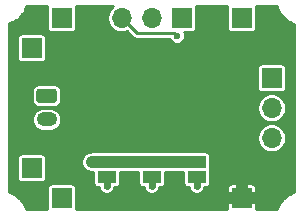
<source format=gbl>
%TF.GenerationSoftware,KiCad,Pcbnew,(5.1.9)-1*%
%TF.CreationDate,2021-09-17T21:45:03+01:00*%
%TF.ProjectId,led-addon,6c65642d-6164-4646-9f6e-2e6b69636164,rev?*%
%TF.SameCoordinates,Original*%
%TF.FileFunction,Copper,L2,Bot*%
%TF.FilePolarity,Positive*%
%FSLAX46Y46*%
G04 Gerber Fmt 4.6, Leading zero omitted, Abs format (unit mm)*
G04 Created by KiCad (PCBNEW (5.1.9)-1) date 2021-09-17 21:45:03*
%MOMM*%
%LPD*%
G01*
G04 APERTURE LIST*
%TA.AperFunction,ComponentPad*%
%ADD10O,1.700000X1.700000*%
%TD*%
%TA.AperFunction,ComponentPad*%
%ADD11R,1.700000X1.700000*%
%TD*%
%TA.AperFunction,ComponentPad*%
%ADD12O,1.750000X1.200000*%
%TD*%
%TA.AperFunction,SMDPad,CuDef*%
%ADD13R,1.500000X1.000000*%
%TD*%
%TA.AperFunction,ViaPad*%
%ADD14C,0.600000*%
%TD*%
%TA.AperFunction,Conductor*%
%ADD15C,1.000000*%
%TD*%
%TA.AperFunction,Conductor*%
%ADD16C,0.600000*%
%TD*%
%TA.AperFunction,Conductor*%
%ADD17C,0.250000*%
%TD*%
%TA.AperFunction,Conductor*%
%ADD18C,0.254000*%
%TD*%
%TA.AperFunction,Conductor*%
%ADD19C,0.100000*%
%TD*%
G04 APERTURE END LIST*
D10*
%TO.P,SW1,3*%
%TO.N,N/C*%
X43180000Y-35560000D03*
%TO.P,SW1,2*%
%TO.N,VCC*%
X43180000Y-33020000D03*
D11*
%TO.P,SW1,1*%
%TO.N,Net-(J1-Pad1)*%
X43180000Y-30480000D03*
%TD*%
D10*
%TO.P,RV1,3*%
%TO.N,Net-(D2-Pad2)*%
X30480000Y-25400000D03*
%TO.P,RV1,2*%
%TO.N,Net-(C4-Pad1)*%
X33020000Y-25400000D03*
D11*
%TO.P,RV1,1*%
%TO.N,Net-(D3-Pad1)*%
X35560000Y-25400000D03*
%TD*%
D12*
%TO.P,D1,2*%
%TO.N,Net-(D1-Pad2)*%
X24130000Y-34004000D03*
%TO.P,D1,1*%
%TO.N,Net-(C2-Pad1)*%
%TA.AperFunction,ComponentPad*%
G36*
G01*
X23504999Y-31404000D02*
X24755001Y-31404000D01*
G75*
G02*
X25005000Y-31653999I0J-249999D01*
G01*
X25005000Y-32354001D01*
G75*
G02*
X24755001Y-32604000I-249999J0D01*
G01*
X23504999Y-32604000D01*
G75*
G02*
X23255000Y-32354001I0J249999D01*
G01*
X23255000Y-31653999D01*
G75*
G02*
X23504999Y-31404000I249999J0D01*
G01*
G37*
%TD.AperFunction*%
%TD*%
D13*
%TO.P,JP1,1*%
%TO.N,Net-(D1-Pad2)*%
X36830000Y-37577000D03*
%TO.P,JP1,2*%
%TO.N,Net-(JP1-Pad2)*%
X36830000Y-38877000D03*
%TD*%
%TO.P,JP3,1*%
%TO.N,Net-(D1-Pad2)*%
X29210000Y-37577000D03*
%TO.P,JP3,2*%
%TO.N,Net-(JP3-Pad2)*%
X29210000Y-38877000D03*
%TD*%
%TO.P,JP2,1*%
%TO.N,Net-(D1-Pad2)*%
X33020000Y-37577000D03*
%TO.P,JP2,2*%
%TO.N,Net-(JP2-Pad2)*%
X33020000Y-38877000D03*
%TD*%
D11*
%TO.P,J3,1*%
%TO.N,Net-(D1-Pad2)*%
X22860000Y-38100000D03*
%TD*%
%TO.P,J2,1*%
%TO.N,Net-(C2-Pad1)*%
X22860000Y-27940000D03*
%TD*%
%TO.P,J8,1*%
%TO.N,N/C*%
X25400000Y-40640000D03*
%TD*%
%TO.P,J6,1*%
%TO.N,GND*%
X40640000Y-40640000D03*
%TD*%
%TO.P,J5,1*%
%TO.N,N/C*%
X25400000Y-25400000D03*
%TD*%
%TO.P,J1,1*%
%TO.N,Net-(J1-Pad1)*%
X40640000Y-25400000D03*
%TD*%
D14*
%TO.N,GND*%
X32512000Y-36068000D03*
X34925000Y-40640000D03*
X31115000Y-40640000D03*
X28891544Y-35992830D03*
X37722019Y-34700000D03*
X29781500Y-30670500D03*
X30543816Y-29337000D03*
X35242500Y-32639000D03*
%TO.N,Net-(D1-Pad2)*%
X34783000Y-37577000D03*
X27940000Y-37592000D03*
%TO.N,Net-(JP1-Pad2)*%
X36830000Y-39624000D03*
%TO.N,Net-(JP2-Pad2)*%
X33020000Y-39624000D03*
%TO.N,Net-(JP3-Pad2)*%
X29210000Y-39624000D03*
%TO.N,Net-(D2-Pad2)*%
X35179000Y-26924000D03*
%TD*%
D15*
%TO.N,Net-(D1-Pad2)*%
X34783000Y-37577000D02*
X36830000Y-37577000D01*
X29225000Y-37577000D02*
X29210000Y-37592000D01*
X34783000Y-37577000D02*
X29225000Y-37577000D01*
X29195000Y-37592000D02*
X29210000Y-37577000D01*
X27940000Y-37592000D02*
X29195000Y-37592000D01*
D16*
%TO.N,Net-(JP1-Pad2)*%
X36830000Y-39624000D02*
X36830000Y-38877000D01*
%TO.N,Net-(JP2-Pad2)*%
X33020000Y-39624000D02*
X33020000Y-38877000D01*
%TO.N,Net-(JP3-Pad2)*%
X29210000Y-39624000D02*
X29210000Y-38877000D01*
D17*
%TO.N,Net-(D2-Pad2)*%
X30480000Y-25400000D02*
X31750000Y-26670000D01*
X31750000Y-26670000D02*
X34925000Y-26670000D01*
X34925000Y-26670000D02*
X35179000Y-26924000D01*
%TD*%
D18*
%TO.N,GND*%
X24174513Y-24475311D02*
X24167157Y-24550000D01*
X24167157Y-26250000D01*
X24174513Y-26324689D01*
X24196299Y-26396508D01*
X24231678Y-26462696D01*
X24279289Y-26520711D01*
X24337304Y-26568322D01*
X24403492Y-26603701D01*
X24475311Y-26625487D01*
X24550000Y-26632843D01*
X26250000Y-26632843D01*
X26324689Y-26625487D01*
X26396508Y-26603701D01*
X26462696Y-26568322D01*
X26520711Y-26520711D01*
X26568322Y-26462696D01*
X26603701Y-26396508D01*
X26625487Y-26324689D01*
X26632843Y-26250000D01*
X26632843Y-24550000D01*
X26625487Y-24475311D01*
X26610529Y-24426000D01*
X29721953Y-24426000D01*
X29695283Y-24443820D01*
X29523820Y-24615283D01*
X29389102Y-24816903D01*
X29296307Y-25040931D01*
X29249000Y-25278757D01*
X29249000Y-25521243D01*
X29296307Y-25759069D01*
X29389102Y-25983097D01*
X29523820Y-26184717D01*
X29695283Y-26356180D01*
X29896903Y-26490898D01*
X30120931Y-26583693D01*
X30358757Y-26631000D01*
X30601243Y-26631000D01*
X30839069Y-26583693D01*
X30916167Y-26551758D01*
X31374628Y-27010220D01*
X31390473Y-27029527D01*
X31467521Y-27092759D01*
X31555425Y-27139745D01*
X31650806Y-27168678D01*
X31660694Y-27169652D01*
X31725146Y-27176000D01*
X31725153Y-27176000D01*
X31749999Y-27178447D01*
X31774845Y-27176000D01*
X34546273Y-27176000D01*
X34575506Y-27246574D01*
X34650033Y-27358112D01*
X34744888Y-27452967D01*
X34856426Y-27527494D01*
X34980360Y-27578829D01*
X35111927Y-27605000D01*
X35246073Y-27605000D01*
X35377640Y-27578829D01*
X35501574Y-27527494D01*
X35613112Y-27452967D01*
X35707967Y-27358112D01*
X35782494Y-27246574D01*
X35833829Y-27122640D01*
X35860000Y-26991073D01*
X35860000Y-26856927D01*
X35833829Y-26725360D01*
X35795507Y-26632843D01*
X36410000Y-26632843D01*
X36484689Y-26625487D01*
X36556508Y-26603701D01*
X36622696Y-26568322D01*
X36680711Y-26520711D01*
X36728322Y-26462696D01*
X36763701Y-26396508D01*
X36785487Y-26324689D01*
X36792843Y-26250000D01*
X36792843Y-24550000D01*
X36785487Y-24475311D01*
X36770529Y-24426000D01*
X39429471Y-24426000D01*
X39414513Y-24475311D01*
X39407157Y-24550000D01*
X39407157Y-26250000D01*
X39414513Y-26324689D01*
X39436299Y-26396508D01*
X39471678Y-26462696D01*
X39519289Y-26520711D01*
X39577304Y-26568322D01*
X39643492Y-26603701D01*
X39715311Y-26625487D01*
X39790000Y-26632843D01*
X41490000Y-26632843D01*
X41564689Y-26625487D01*
X41636508Y-26603701D01*
X41702696Y-26568322D01*
X41760711Y-26520711D01*
X41808322Y-26462696D01*
X41843701Y-26396508D01*
X41865487Y-26324689D01*
X41872843Y-26250000D01*
X41872843Y-24550000D01*
X41865487Y-24475311D01*
X41850529Y-24426000D01*
X43659201Y-24426000D01*
X43661156Y-24436247D01*
X43662794Y-24441674D01*
X43749362Y-24721330D01*
X43763634Y-24755282D01*
X43777407Y-24789371D01*
X43780068Y-24794377D01*
X43919307Y-25051893D01*
X43939902Y-25082426D01*
X43960033Y-25113189D01*
X43963615Y-25117583D01*
X44150221Y-25343150D01*
X44176337Y-25369084D01*
X44202077Y-25395369D01*
X44206445Y-25398983D01*
X44433309Y-25584009D01*
X44463974Y-25604383D01*
X44494321Y-25625162D01*
X44499307Y-25627859D01*
X44757788Y-25765296D01*
X44791851Y-25779336D01*
X44825631Y-25793814D01*
X44831047Y-25795491D01*
X45111301Y-25880105D01*
X45114001Y-25880640D01*
X45114000Y-40159201D01*
X45103753Y-40161156D01*
X45098325Y-40162794D01*
X44818670Y-40249362D01*
X44784718Y-40263634D01*
X44750629Y-40277407D01*
X44745628Y-40280065D01*
X44745624Y-40280067D01*
X44745623Y-40280068D01*
X44488107Y-40419307D01*
X44457574Y-40439902D01*
X44426811Y-40460033D01*
X44422417Y-40463615D01*
X44196850Y-40650220D01*
X44170896Y-40676356D01*
X44144631Y-40702077D01*
X44141017Y-40706445D01*
X43955991Y-40933309D01*
X43935617Y-40963974D01*
X43914838Y-40994321D01*
X43912141Y-40999307D01*
X43774704Y-41257788D01*
X43760664Y-41291851D01*
X43746186Y-41325631D01*
X43744509Y-41331046D01*
X43659895Y-41611301D01*
X43659361Y-41614000D01*
X41850529Y-41614000D01*
X41865487Y-41564689D01*
X41872843Y-41490000D01*
X41871000Y-41108250D01*
X41775750Y-41013000D01*
X41013000Y-41013000D01*
X41013000Y-41033000D01*
X40267000Y-41033000D01*
X40267000Y-41013000D01*
X39504250Y-41013000D01*
X39409000Y-41108250D01*
X39407157Y-41490000D01*
X39414513Y-41564689D01*
X39429471Y-41614000D01*
X26610529Y-41614000D01*
X26625487Y-41564689D01*
X26632843Y-41490000D01*
X26632843Y-39790000D01*
X26625487Y-39715311D01*
X26603701Y-39643492D01*
X26568322Y-39577304D01*
X26520711Y-39519289D01*
X26462696Y-39471678D01*
X26396508Y-39436299D01*
X26324689Y-39414513D01*
X26250000Y-39407157D01*
X24550000Y-39407157D01*
X24475311Y-39414513D01*
X24403492Y-39436299D01*
X24337304Y-39471678D01*
X24279289Y-39519289D01*
X24231678Y-39577304D01*
X24196299Y-39643492D01*
X24174513Y-39715311D01*
X24167157Y-39790000D01*
X24167157Y-41490000D01*
X24174513Y-41564689D01*
X24189471Y-41614000D01*
X22380799Y-41614000D01*
X22378844Y-41603753D01*
X22377206Y-41598325D01*
X22290638Y-41318670D01*
X22276366Y-41284718D01*
X22262593Y-41250629D01*
X22259932Y-41245623D01*
X22120693Y-40988107D01*
X22100098Y-40957574D01*
X22079967Y-40926811D01*
X22076385Y-40922417D01*
X21889780Y-40696850D01*
X21863644Y-40670896D01*
X21837923Y-40644631D01*
X21833555Y-40641017D01*
X21606691Y-40455991D01*
X21576026Y-40435617D01*
X21545679Y-40414838D01*
X21540693Y-40412141D01*
X21282212Y-40274704D01*
X21248149Y-40260664D01*
X21214369Y-40246186D01*
X21208954Y-40244509D01*
X20928699Y-40159895D01*
X20926000Y-40159361D01*
X20926000Y-37250000D01*
X21627157Y-37250000D01*
X21627157Y-38950000D01*
X21634513Y-39024689D01*
X21656299Y-39096508D01*
X21691678Y-39162696D01*
X21739289Y-39220711D01*
X21797304Y-39268322D01*
X21863492Y-39303701D01*
X21935311Y-39325487D01*
X22010000Y-39332843D01*
X23710000Y-39332843D01*
X23784689Y-39325487D01*
X23856508Y-39303701D01*
X23922696Y-39268322D01*
X23980711Y-39220711D01*
X24028322Y-39162696D01*
X24063701Y-39096508D01*
X24085487Y-39024689D01*
X24092843Y-38950000D01*
X24092843Y-37592000D01*
X27054738Y-37592000D01*
X27071748Y-37764706D01*
X27122125Y-37930775D01*
X27203932Y-38083825D01*
X27314025Y-38217975D01*
X27448175Y-38328068D01*
X27601225Y-38409875D01*
X27767294Y-38460252D01*
X27896727Y-38473000D01*
X28077157Y-38473000D01*
X28077157Y-39377000D01*
X28084513Y-39451689D01*
X28106299Y-39523508D01*
X28141678Y-39589696D01*
X28189289Y-39647711D01*
X28247304Y-39695322D01*
X28313492Y-39730701D01*
X28385311Y-39752487D01*
X28460000Y-39759843D01*
X28539565Y-39759843D01*
X28548612Y-39789665D01*
X28555171Y-39822640D01*
X28568036Y-39853699D01*
X28577794Y-39885867D01*
X28593640Y-39915513D01*
X28606506Y-39946574D01*
X28625185Y-39974529D01*
X28641030Y-40004173D01*
X28662354Y-40030156D01*
X28681033Y-40058112D01*
X28704805Y-40081884D01*
X28726130Y-40107869D01*
X28752117Y-40129196D01*
X28775888Y-40152967D01*
X28803840Y-40171644D01*
X28829826Y-40192970D01*
X28859475Y-40208817D01*
X28887426Y-40227494D01*
X28918483Y-40240358D01*
X28948132Y-40256206D01*
X28980304Y-40265965D01*
X29011360Y-40278829D01*
X29044332Y-40285388D01*
X29076501Y-40295146D01*
X29109953Y-40298441D01*
X29142927Y-40305000D01*
X29176547Y-40305000D01*
X29210000Y-40308295D01*
X29243453Y-40305000D01*
X29277073Y-40305000D01*
X29310048Y-40298441D01*
X29343498Y-40295146D01*
X29375665Y-40285388D01*
X29408640Y-40278829D01*
X29439699Y-40265964D01*
X29471867Y-40256206D01*
X29501513Y-40240360D01*
X29532574Y-40227494D01*
X29560529Y-40208815D01*
X29590173Y-40192970D01*
X29616156Y-40171646D01*
X29644112Y-40152967D01*
X29667884Y-40129195D01*
X29693869Y-40107870D01*
X29715196Y-40081883D01*
X29738967Y-40058112D01*
X29757644Y-40030160D01*
X29778970Y-40004174D01*
X29794817Y-39974525D01*
X29813494Y-39946574D01*
X29826358Y-39915517D01*
X29842206Y-39885868D01*
X29851965Y-39853696D01*
X29864829Y-39822640D01*
X29871388Y-39789668D01*
X29880435Y-39759843D01*
X29960000Y-39759843D01*
X30034689Y-39752487D01*
X30106508Y-39730701D01*
X30172696Y-39695322D01*
X30230711Y-39647711D01*
X30278322Y-39589696D01*
X30313701Y-39523508D01*
X30335487Y-39451689D01*
X30342843Y-39377000D01*
X30342843Y-38458000D01*
X31887157Y-38458000D01*
X31887157Y-39377000D01*
X31894513Y-39451689D01*
X31916299Y-39523508D01*
X31951678Y-39589696D01*
X31999289Y-39647711D01*
X32057304Y-39695322D01*
X32123492Y-39730701D01*
X32195311Y-39752487D01*
X32270000Y-39759843D01*
X32349565Y-39759843D01*
X32358612Y-39789665D01*
X32365171Y-39822640D01*
X32378036Y-39853699D01*
X32387794Y-39885867D01*
X32403640Y-39915513D01*
X32416506Y-39946574D01*
X32435185Y-39974529D01*
X32451030Y-40004173D01*
X32472354Y-40030156D01*
X32491033Y-40058112D01*
X32514805Y-40081884D01*
X32536130Y-40107869D01*
X32562117Y-40129196D01*
X32585888Y-40152967D01*
X32613840Y-40171644D01*
X32639826Y-40192970D01*
X32669475Y-40208817D01*
X32697426Y-40227494D01*
X32728483Y-40240358D01*
X32758132Y-40256206D01*
X32790304Y-40265965D01*
X32821360Y-40278829D01*
X32854332Y-40285388D01*
X32886501Y-40295146D01*
X32919953Y-40298441D01*
X32952927Y-40305000D01*
X32986547Y-40305000D01*
X33020000Y-40308295D01*
X33053453Y-40305000D01*
X33087073Y-40305000D01*
X33120048Y-40298441D01*
X33153498Y-40295146D01*
X33185665Y-40285388D01*
X33218640Y-40278829D01*
X33249699Y-40265964D01*
X33281867Y-40256206D01*
X33311513Y-40240360D01*
X33342574Y-40227494D01*
X33370529Y-40208815D01*
X33400173Y-40192970D01*
X33426156Y-40171646D01*
X33454112Y-40152967D01*
X33477884Y-40129195D01*
X33503869Y-40107870D01*
X33525196Y-40081883D01*
X33548967Y-40058112D01*
X33567644Y-40030160D01*
X33588970Y-40004174D01*
X33604817Y-39974525D01*
X33623494Y-39946574D01*
X33636358Y-39915517D01*
X33652206Y-39885868D01*
X33661965Y-39853696D01*
X33674829Y-39822640D01*
X33681388Y-39789668D01*
X33690435Y-39759843D01*
X33770000Y-39759843D01*
X33844689Y-39752487D01*
X33916508Y-39730701D01*
X33982696Y-39695322D01*
X34040711Y-39647711D01*
X34088322Y-39589696D01*
X34123701Y-39523508D01*
X34145487Y-39451689D01*
X34152843Y-39377000D01*
X34152843Y-38458000D01*
X35697157Y-38458000D01*
X35697157Y-39377000D01*
X35704513Y-39451689D01*
X35726299Y-39523508D01*
X35761678Y-39589696D01*
X35809289Y-39647711D01*
X35867304Y-39695322D01*
X35933492Y-39730701D01*
X36005311Y-39752487D01*
X36080000Y-39759843D01*
X36159565Y-39759843D01*
X36168612Y-39789665D01*
X36175171Y-39822640D01*
X36188036Y-39853699D01*
X36197794Y-39885867D01*
X36213640Y-39915513D01*
X36226506Y-39946574D01*
X36245185Y-39974529D01*
X36261030Y-40004173D01*
X36282354Y-40030156D01*
X36301033Y-40058112D01*
X36324805Y-40081884D01*
X36346130Y-40107869D01*
X36372117Y-40129196D01*
X36395888Y-40152967D01*
X36423840Y-40171644D01*
X36449826Y-40192970D01*
X36479475Y-40208817D01*
X36507426Y-40227494D01*
X36538483Y-40240358D01*
X36568132Y-40256206D01*
X36600304Y-40265965D01*
X36631360Y-40278829D01*
X36664332Y-40285388D01*
X36696501Y-40295146D01*
X36729953Y-40298441D01*
X36762927Y-40305000D01*
X36796547Y-40305000D01*
X36830000Y-40308295D01*
X36863453Y-40305000D01*
X36897073Y-40305000D01*
X36930048Y-40298441D01*
X36963498Y-40295146D01*
X36995665Y-40285388D01*
X37028640Y-40278829D01*
X37059699Y-40265964D01*
X37091867Y-40256206D01*
X37121513Y-40240360D01*
X37152574Y-40227494D01*
X37180529Y-40208815D01*
X37210173Y-40192970D01*
X37236156Y-40171646D01*
X37264112Y-40152967D01*
X37287884Y-40129195D01*
X37313869Y-40107870D01*
X37335196Y-40081883D01*
X37358967Y-40058112D01*
X37377644Y-40030160D01*
X37398970Y-40004174D01*
X37414817Y-39974525D01*
X37433494Y-39946574D01*
X37446358Y-39915517D01*
X37462206Y-39885868D01*
X37471965Y-39853696D01*
X37484829Y-39822640D01*
X37491321Y-39790000D01*
X39407157Y-39790000D01*
X39409000Y-40171750D01*
X39504250Y-40267000D01*
X40267000Y-40267000D01*
X40267000Y-39504250D01*
X41013000Y-39504250D01*
X41013000Y-40267000D01*
X41775750Y-40267000D01*
X41871000Y-40171750D01*
X41872843Y-39790000D01*
X41865487Y-39715311D01*
X41843701Y-39643492D01*
X41808322Y-39577304D01*
X41760711Y-39519289D01*
X41702696Y-39471678D01*
X41636508Y-39436299D01*
X41564689Y-39414513D01*
X41490000Y-39407157D01*
X41108250Y-39409000D01*
X41013000Y-39504250D01*
X40267000Y-39504250D01*
X40171750Y-39409000D01*
X39790000Y-39407157D01*
X39715311Y-39414513D01*
X39643492Y-39436299D01*
X39577304Y-39471678D01*
X39519289Y-39519289D01*
X39471678Y-39577304D01*
X39436299Y-39643492D01*
X39414513Y-39715311D01*
X39407157Y-39790000D01*
X37491321Y-39790000D01*
X37491388Y-39789668D01*
X37500435Y-39759843D01*
X37580000Y-39759843D01*
X37654689Y-39752487D01*
X37726508Y-39730701D01*
X37792696Y-39695322D01*
X37850711Y-39647711D01*
X37898322Y-39589696D01*
X37933701Y-39523508D01*
X37955487Y-39451689D01*
X37962843Y-39377000D01*
X37962843Y-38377000D01*
X37955487Y-38302311D01*
X37933701Y-38230492D01*
X37931834Y-38227000D01*
X37933701Y-38223508D01*
X37955487Y-38151689D01*
X37962843Y-38077000D01*
X37962843Y-37077000D01*
X37955487Y-37002311D01*
X37933701Y-36930492D01*
X37898322Y-36864304D01*
X37850711Y-36806289D01*
X37792696Y-36758678D01*
X37726508Y-36723299D01*
X37654689Y-36701513D01*
X37580000Y-36694157D01*
X36080000Y-36694157D01*
X36061287Y-36696000D01*
X33788713Y-36696000D01*
X33770000Y-36694157D01*
X32270000Y-36694157D01*
X32251287Y-36696000D01*
X29978713Y-36696000D01*
X29960000Y-36694157D01*
X29249558Y-36694157D01*
X29224999Y-36691738D01*
X29217499Y-36692477D01*
X29209999Y-36691738D01*
X29185440Y-36694157D01*
X28460000Y-36694157D01*
X28385311Y-36701513D01*
X28354036Y-36711000D01*
X27896727Y-36711000D01*
X27767294Y-36723748D01*
X27601225Y-36774125D01*
X27448175Y-36855932D01*
X27314025Y-36966025D01*
X27203932Y-37100175D01*
X27122125Y-37253225D01*
X27071748Y-37419294D01*
X27054738Y-37592000D01*
X24092843Y-37592000D01*
X24092843Y-37250000D01*
X24085487Y-37175311D01*
X24063701Y-37103492D01*
X24028322Y-37037304D01*
X23980711Y-36979289D01*
X23922696Y-36931678D01*
X23856508Y-36896299D01*
X23784689Y-36874513D01*
X23710000Y-36867157D01*
X22010000Y-36867157D01*
X21935311Y-36874513D01*
X21863492Y-36896299D01*
X21797304Y-36931678D01*
X21739289Y-36979289D01*
X21691678Y-37037304D01*
X21656299Y-37103492D01*
X21634513Y-37175311D01*
X21627157Y-37250000D01*
X20926000Y-37250000D01*
X20926000Y-35438757D01*
X41949000Y-35438757D01*
X41949000Y-35681243D01*
X41996307Y-35919069D01*
X42089102Y-36143097D01*
X42223820Y-36344717D01*
X42395283Y-36516180D01*
X42596903Y-36650898D01*
X42820931Y-36743693D01*
X43058757Y-36791000D01*
X43301243Y-36791000D01*
X43539069Y-36743693D01*
X43763097Y-36650898D01*
X43964717Y-36516180D01*
X44136180Y-36344717D01*
X44270898Y-36143097D01*
X44363693Y-35919069D01*
X44411000Y-35681243D01*
X44411000Y-35438757D01*
X44363693Y-35200931D01*
X44270898Y-34976903D01*
X44136180Y-34775283D01*
X43964717Y-34603820D01*
X43763097Y-34469102D01*
X43539069Y-34376307D01*
X43301243Y-34329000D01*
X43058757Y-34329000D01*
X42820931Y-34376307D01*
X42596903Y-34469102D01*
X42395283Y-34603820D01*
X42223820Y-34775283D01*
X42089102Y-34976903D01*
X41996307Y-35200931D01*
X41949000Y-35438757D01*
X20926000Y-35438757D01*
X20926000Y-34004000D01*
X22869254Y-34004000D01*
X22888195Y-34196310D01*
X22944289Y-34381229D01*
X23035382Y-34551651D01*
X23157972Y-34701028D01*
X23307349Y-34823618D01*
X23477771Y-34914711D01*
X23662690Y-34970805D01*
X23806813Y-34985000D01*
X24453187Y-34985000D01*
X24597310Y-34970805D01*
X24782229Y-34914711D01*
X24952651Y-34823618D01*
X25102028Y-34701028D01*
X25224618Y-34551651D01*
X25315711Y-34381229D01*
X25371805Y-34196310D01*
X25390746Y-34004000D01*
X25371805Y-33811690D01*
X25315711Y-33626771D01*
X25224618Y-33456349D01*
X25102028Y-33306972D01*
X24952651Y-33184382D01*
X24782229Y-33093289D01*
X24597310Y-33037195D01*
X24453187Y-33023000D01*
X23806813Y-33023000D01*
X23662690Y-33037195D01*
X23477771Y-33093289D01*
X23307349Y-33184382D01*
X23157972Y-33306972D01*
X23035382Y-33456349D01*
X22944289Y-33626771D01*
X22888195Y-33811690D01*
X22869254Y-34004000D01*
X20926000Y-34004000D01*
X20926000Y-31653999D01*
X22872157Y-31653999D01*
X22872157Y-32354001D01*
X22884317Y-32477462D01*
X22920329Y-32596179D01*
X22978810Y-32705589D01*
X23057512Y-32801488D01*
X23153411Y-32880190D01*
X23262821Y-32938671D01*
X23381538Y-32974683D01*
X23504999Y-32986843D01*
X24755001Y-32986843D01*
X24878462Y-32974683D01*
X24997179Y-32938671D01*
X25071852Y-32898757D01*
X41949000Y-32898757D01*
X41949000Y-33141243D01*
X41996307Y-33379069D01*
X42089102Y-33603097D01*
X42223820Y-33804717D01*
X42395283Y-33976180D01*
X42596903Y-34110898D01*
X42820931Y-34203693D01*
X43058757Y-34251000D01*
X43301243Y-34251000D01*
X43539069Y-34203693D01*
X43763097Y-34110898D01*
X43964717Y-33976180D01*
X44136180Y-33804717D01*
X44270898Y-33603097D01*
X44363693Y-33379069D01*
X44411000Y-33141243D01*
X44411000Y-32898757D01*
X44363693Y-32660931D01*
X44270898Y-32436903D01*
X44136180Y-32235283D01*
X43964717Y-32063820D01*
X43763097Y-31929102D01*
X43539069Y-31836307D01*
X43301243Y-31789000D01*
X43058757Y-31789000D01*
X42820931Y-31836307D01*
X42596903Y-31929102D01*
X42395283Y-32063820D01*
X42223820Y-32235283D01*
X42089102Y-32436903D01*
X41996307Y-32660931D01*
X41949000Y-32898757D01*
X25071852Y-32898757D01*
X25106589Y-32880190D01*
X25202488Y-32801488D01*
X25281190Y-32705589D01*
X25339671Y-32596179D01*
X25375683Y-32477462D01*
X25387843Y-32354001D01*
X25387843Y-31653999D01*
X25375683Y-31530538D01*
X25339671Y-31411821D01*
X25281190Y-31302411D01*
X25202488Y-31206512D01*
X25106589Y-31127810D01*
X24997179Y-31069329D01*
X24878462Y-31033317D01*
X24755001Y-31021157D01*
X23504999Y-31021157D01*
X23381538Y-31033317D01*
X23262821Y-31069329D01*
X23153411Y-31127810D01*
X23057512Y-31206512D01*
X22978810Y-31302411D01*
X22920329Y-31411821D01*
X22884317Y-31530538D01*
X22872157Y-31653999D01*
X20926000Y-31653999D01*
X20926000Y-29630000D01*
X41947157Y-29630000D01*
X41947157Y-31330000D01*
X41954513Y-31404689D01*
X41976299Y-31476508D01*
X42011678Y-31542696D01*
X42059289Y-31600711D01*
X42117304Y-31648322D01*
X42183492Y-31683701D01*
X42255311Y-31705487D01*
X42330000Y-31712843D01*
X44030000Y-31712843D01*
X44104689Y-31705487D01*
X44176508Y-31683701D01*
X44242696Y-31648322D01*
X44300711Y-31600711D01*
X44348322Y-31542696D01*
X44383701Y-31476508D01*
X44405487Y-31404689D01*
X44412843Y-31330000D01*
X44412843Y-29630000D01*
X44405487Y-29555311D01*
X44383701Y-29483492D01*
X44348322Y-29417304D01*
X44300711Y-29359289D01*
X44242696Y-29311678D01*
X44176508Y-29276299D01*
X44104689Y-29254513D01*
X44030000Y-29247157D01*
X42330000Y-29247157D01*
X42255311Y-29254513D01*
X42183492Y-29276299D01*
X42117304Y-29311678D01*
X42059289Y-29359289D01*
X42011678Y-29417304D01*
X41976299Y-29483492D01*
X41954513Y-29555311D01*
X41947157Y-29630000D01*
X20926000Y-29630000D01*
X20926000Y-27090000D01*
X21627157Y-27090000D01*
X21627157Y-28790000D01*
X21634513Y-28864689D01*
X21656299Y-28936508D01*
X21691678Y-29002696D01*
X21739289Y-29060711D01*
X21797304Y-29108322D01*
X21863492Y-29143701D01*
X21935311Y-29165487D01*
X22010000Y-29172843D01*
X23710000Y-29172843D01*
X23784689Y-29165487D01*
X23856508Y-29143701D01*
X23922696Y-29108322D01*
X23980711Y-29060711D01*
X24028322Y-29002696D01*
X24063701Y-28936508D01*
X24085487Y-28864689D01*
X24092843Y-28790000D01*
X24092843Y-27090000D01*
X24085487Y-27015311D01*
X24063701Y-26943492D01*
X24028322Y-26877304D01*
X23980711Y-26819289D01*
X23922696Y-26771678D01*
X23856508Y-26736299D01*
X23784689Y-26714513D01*
X23710000Y-26707157D01*
X22010000Y-26707157D01*
X21935311Y-26714513D01*
X21863492Y-26736299D01*
X21797304Y-26771678D01*
X21739289Y-26819289D01*
X21691678Y-26877304D01*
X21656299Y-26943492D01*
X21634513Y-27015311D01*
X21627157Y-27090000D01*
X20926000Y-27090000D01*
X20926000Y-25880799D01*
X20936247Y-25878844D01*
X20941674Y-25877206D01*
X21221330Y-25790638D01*
X21255282Y-25776366D01*
X21289371Y-25762593D01*
X21294372Y-25759935D01*
X21294376Y-25759933D01*
X21294379Y-25759931D01*
X21551893Y-25620693D01*
X21582426Y-25600098D01*
X21613189Y-25579967D01*
X21617583Y-25576385D01*
X21843150Y-25389779D01*
X21869084Y-25363663D01*
X21895369Y-25337923D01*
X21898983Y-25333555D01*
X22084009Y-25106691D01*
X22104383Y-25076026D01*
X22125162Y-25045679D01*
X22127859Y-25040693D01*
X22265296Y-24782212D01*
X22279336Y-24748149D01*
X22293814Y-24714369D01*
X22295491Y-24708953D01*
X22380105Y-24428699D01*
X22380639Y-24426000D01*
X24189471Y-24426000D01*
X24174513Y-24475311D01*
%TA.AperFunction,Conductor*%
D19*
G36*
X24174513Y-24475311D02*
G01*
X24167157Y-24550000D01*
X24167157Y-26250000D01*
X24174513Y-26324689D01*
X24196299Y-26396508D01*
X24231678Y-26462696D01*
X24279289Y-26520711D01*
X24337304Y-26568322D01*
X24403492Y-26603701D01*
X24475311Y-26625487D01*
X24550000Y-26632843D01*
X26250000Y-26632843D01*
X26324689Y-26625487D01*
X26396508Y-26603701D01*
X26462696Y-26568322D01*
X26520711Y-26520711D01*
X26568322Y-26462696D01*
X26603701Y-26396508D01*
X26625487Y-26324689D01*
X26632843Y-26250000D01*
X26632843Y-24550000D01*
X26625487Y-24475311D01*
X26610529Y-24426000D01*
X29721953Y-24426000D01*
X29695283Y-24443820D01*
X29523820Y-24615283D01*
X29389102Y-24816903D01*
X29296307Y-25040931D01*
X29249000Y-25278757D01*
X29249000Y-25521243D01*
X29296307Y-25759069D01*
X29389102Y-25983097D01*
X29523820Y-26184717D01*
X29695283Y-26356180D01*
X29896903Y-26490898D01*
X30120931Y-26583693D01*
X30358757Y-26631000D01*
X30601243Y-26631000D01*
X30839069Y-26583693D01*
X30916167Y-26551758D01*
X31374628Y-27010220D01*
X31390473Y-27029527D01*
X31467521Y-27092759D01*
X31555425Y-27139745D01*
X31650806Y-27168678D01*
X31660694Y-27169652D01*
X31725146Y-27176000D01*
X31725153Y-27176000D01*
X31749999Y-27178447D01*
X31774845Y-27176000D01*
X34546273Y-27176000D01*
X34575506Y-27246574D01*
X34650033Y-27358112D01*
X34744888Y-27452967D01*
X34856426Y-27527494D01*
X34980360Y-27578829D01*
X35111927Y-27605000D01*
X35246073Y-27605000D01*
X35377640Y-27578829D01*
X35501574Y-27527494D01*
X35613112Y-27452967D01*
X35707967Y-27358112D01*
X35782494Y-27246574D01*
X35833829Y-27122640D01*
X35860000Y-26991073D01*
X35860000Y-26856927D01*
X35833829Y-26725360D01*
X35795507Y-26632843D01*
X36410000Y-26632843D01*
X36484689Y-26625487D01*
X36556508Y-26603701D01*
X36622696Y-26568322D01*
X36680711Y-26520711D01*
X36728322Y-26462696D01*
X36763701Y-26396508D01*
X36785487Y-26324689D01*
X36792843Y-26250000D01*
X36792843Y-24550000D01*
X36785487Y-24475311D01*
X36770529Y-24426000D01*
X39429471Y-24426000D01*
X39414513Y-24475311D01*
X39407157Y-24550000D01*
X39407157Y-26250000D01*
X39414513Y-26324689D01*
X39436299Y-26396508D01*
X39471678Y-26462696D01*
X39519289Y-26520711D01*
X39577304Y-26568322D01*
X39643492Y-26603701D01*
X39715311Y-26625487D01*
X39790000Y-26632843D01*
X41490000Y-26632843D01*
X41564689Y-26625487D01*
X41636508Y-26603701D01*
X41702696Y-26568322D01*
X41760711Y-26520711D01*
X41808322Y-26462696D01*
X41843701Y-26396508D01*
X41865487Y-26324689D01*
X41872843Y-26250000D01*
X41872843Y-24550000D01*
X41865487Y-24475311D01*
X41850529Y-24426000D01*
X43659201Y-24426000D01*
X43661156Y-24436247D01*
X43662794Y-24441674D01*
X43749362Y-24721330D01*
X43763634Y-24755282D01*
X43777407Y-24789371D01*
X43780068Y-24794377D01*
X43919307Y-25051893D01*
X43939902Y-25082426D01*
X43960033Y-25113189D01*
X43963615Y-25117583D01*
X44150221Y-25343150D01*
X44176337Y-25369084D01*
X44202077Y-25395369D01*
X44206445Y-25398983D01*
X44433309Y-25584009D01*
X44463974Y-25604383D01*
X44494321Y-25625162D01*
X44499307Y-25627859D01*
X44757788Y-25765296D01*
X44791851Y-25779336D01*
X44825631Y-25793814D01*
X44831047Y-25795491D01*
X45111301Y-25880105D01*
X45114001Y-25880640D01*
X45114000Y-40159201D01*
X45103753Y-40161156D01*
X45098325Y-40162794D01*
X44818670Y-40249362D01*
X44784718Y-40263634D01*
X44750629Y-40277407D01*
X44745628Y-40280065D01*
X44745624Y-40280067D01*
X44745623Y-40280068D01*
X44488107Y-40419307D01*
X44457574Y-40439902D01*
X44426811Y-40460033D01*
X44422417Y-40463615D01*
X44196850Y-40650220D01*
X44170896Y-40676356D01*
X44144631Y-40702077D01*
X44141017Y-40706445D01*
X43955991Y-40933309D01*
X43935617Y-40963974D01*
X43914838Y-40994321D01*
X43912141Y-40999307D01*
X43774704Y-41257788D01*
X43760664Y-41291851D01*
X43746186Y-41325631D01*
X43744509Y-41331046D01*
X43659895Y-41611301D01*
X43659361Y-41614000D01*
X41850529Y-41614000D01*
X41865487Y-41564689D01*
X41872843Y-41490000D01*
X41871000Y-41108250D01*
X41775750Y-41013000D01*
X41013000Y-41013000D01*
X41013000Y-41033000D01*
X40267000Y-41033000D01*
X40267000Y-41013000D01*
X39504250Y-41013000D01*
X39409000Y-41108250D01*
X39407157Y-41490000D01*
X39414513Y-41564689D01*
X39429471Y-41614000D01*
X26610529Y-41614000D01*
X26625487Y-41564689D01*
X26632843Y-41490000D01*
X26632843Y-39790000D01*
X26625487Y-39715311D01*
X26603701Y-39643492D01*
X26568322Y-39577304D01*
X26520711Y-39519289D01*
X26462696Y-39471678D01*
X26396508Y-39436299D01*
X26324689Y-39414513D01*
X26250000Y-39407157D01*
X24550000Y-39407157D01*
X24475311Y-39414513D01*
X24403492Y-39436299D01*
X24337304Y-39471678D01*
X24279289Y-39519289D01*
X24231678Y-39577304D01*
X24196299Y-39643492D01*
X24174513Y-39715311D01*
X24167157Y-39790000D01*
X24167157Y-41490000D01*
X24174513Y-41564689D01*
X24189471Y-41614000D01*
X22380799Y-41614000D01*
X22378844Y-41603753D01*
X22377206Y-41598325D01*
X22290638Y-41318670D01*
X22276366Y-41284718D01*
X22262593Y-41250629D01*
X22259932Y-41245623D01*
X22120693Y-40988107D01*
X22100098Y-40957574D01*
X22079967Y-40926811D01*
X22076385Y-40922417D01*
X21889780Y-40696850D01*
X21863644Y-40670896D01*
X21837923Y-40644631D01*
X21833555Y-40641017D01*
X21606691Y-40455991D01*
X21576026Y-40435617D01*
X21545679Y-40414838D01*
X21540693Y-40412141D01*
X21282212Y-40274704D01*
X21248149Y-40260664D01*
X21214369Y-40246186D01*
X21208954Y-40244509D01*
X20928699Y-40159895D01*
X20926000Y-40159361D01*
X20926000Y-37250000D01*
X21627157Y-37250000D01*
X21627157Y-38950000D01*
X21634513Y-39024689D01*
X21656299Y-39096508D01*
X21691678Y-39162696D01*
X21739289Y-39220711D01*
X21797304Y-39268322D01*
X21863492Y-39303701D01*
X21935311Y-39325487D01*
X22010000Y-39332843D01*
X23710000Y-39332843D01*
X23784689Y-39325487D01*
X23856508Y-39303701D01*
X23922696Y-39268322D01*
X23980711Y-39220711D01*
X24028322Y-39162696D01*
X24063701Y-39096508D01*
X24085487Y-39024689D01*
X24092843Y-38950000D01*
X24092843Y-37592000D01*
X27054738Y-37592000D01*
X27071748Y-37764706D01*
X27122125Y-37930775D01*
X27203932Y-38083825D01*
X27314025Y-38217975D01*
X27448175Y-38328068D01*
X27601225Y-38409875D01*
X27767294Y-38460252D01*
X27896727Y-38473000D01*
X28077157Y-38473000D01*
X28077157Y-39377000D01*
X28084513Y-39451689D01*
X28106299Y-39523508D01*
X28141678Y-39589696D01*
X28189289Y-39647711D01*
X28247304Y-39695322D01*
X28313492Y-39730701D01*
X28385311Y-39752487D01*
X28460000Y-39759843D01*
X28539565Y-39759843D01*
X28548612Y-39789665D01*
X28555171Y-39822640D01*
X28568036Y-39853699D01*
X28577794Y-39885867D01*
X28593640Y-39915513D01*
X28606506Y-39946574D01*
X28625185Y-39974529D01*
X28641030Y-40004173D01*
X28662354Y-40030156D01*
X28681033Y-40058112D01*
X28704805Y-40081884D01*
X28726130Y-40107869D01*
X28752117Y-40129196D01*
X28775888Y-40152967D01*
X28803840Y-40171644D01*
X28829826Y-40192970D01*
X28859475Y-40208817D01*
X28887426Y-40227494D01*
X28918483Y-40240358D01*
X28948132Y-40256206D01*
X28980304Y-40265965D01*
X29011360Y-40278829D01*
X29044332Y-40285388D01*
X29076501Y-40295146D01*
X29109953Y-40298441D01*
X29142927Y-40305000D01*
X29176547Y-40305000D01*
X29210000Y-40308295D01*
X29243453Y-40305000D01*
X29277073Y-40305000D01*
X29310048Y-40298441D01*
X29343498Y-40295146D01*
X29375665Y-40285388D01*
X29408640Y-40278829D01*
X29439699Y-40265964D01*
X29471867Y-40256206D01*
X29501513Y-40240360D01*
X29532574Y-40227494D01*
X29560529Y-40208815D01*
X29590173Y-40192970D01*
X29616156Y-40171646D01*
X29644112Y-40152967D01*
X29667884Y-40129195D01*
X29693869Y-40107870D01*
X29715196Y-40081883D01*
X29738967Y-40058112D01*
X29757644Y-40030160D01*
X29778970Y-40004174D01*
X29794817Y-39974525D01*
X29813494Y-39946574D01*
X29826358Y-39915517D01*
X29842206Y-39885868D01*
X29851965Y-39853696D01*
X29864829Y-39822640D01*
X29871388Y-39789668D01*
X29880435Y-39759843D01*
X29960000Y-39759843D01*
X30034689Y-39752487D01*
X30106508Y-39730701D01*
X30172696Y-39695322D01*
X30230711Y-39647711D01*
X30278322Y-39589696D01*
X30313701Y-39523508D01*
X30335487Y-39451689D01*
X30342843Y-39377000D01*
X30342843Y-38458000D01*
X31887157Y-38458000D01*
X31887157Y-39377000D01*
X31894513Y-39451689D01*
X31916299Y-39523508D01*
X31951678Y-39589696D01*
X31999289Y-39647711D01*
X32057304Y-39695322D01*
X32123492Y-39730701D01*
X32195311Y-39752487D01*
X32270000Y-39759843D01*
X32349565Y-39759843D01*
X32358612Y-39789665D01*
X32365171Y-39822640D01*
X32378036Y-39853699D01*
X32387794Y-39885867D01*
X32403640Y-39915513D01*
X32416506Y-39946574D01*
X32435185Y-39974529D01*
X32451030Y-40004173D01*
X32472354Y-40030156D01*
X32491033Y-40058112D01*
X32514805Y-40081884D01*
X32536130Y-40107869D01*
X32562117Y-40129196D01*
X32585888Y-40152967D01*
X32613840Y-40171644D01*
X32639826Y-40192970D01*
X32669475Y-40208817D01*
X32697426Y-40227494D01*
X32728483Y-40240358D01*
X32758132Y-40256206D01*
X32790304Y-40265965D01*
X32821360Y-40278829D01*
X32854332Y-40285388D01*
X32886501Y-40295146D01*
X32919953Y-40298441D01*
X32952927Y-40305000D01*
X32986547Y-40305000D01*
X33020000Y-40308295D01*
X33053453Y-40305000D01*
X33087073Y-40305000D01*
X33120048Y-40298441D01*
X33153498Y-40295146D01*
X33185665Y-40285388D01*
X33218640Y-40278829D01*
X33249699Y-40265964D01*
X33281867Y-40256206D01*
X33311513Y-40240360D01*
X33342574Y-40227494D01*
X33370529Y-40208815D01*
X33400173Y-40192970D01*
X33426156Y-40171646D01*
X33454112Y-40152967D01*
X33477884Y-40129195D01*
X33503869Y-40107870D01*
X33525196Y-40081883D01*
X33548967Y-40058112D01*
X33567644Y-40030160D01*
X33588970Y-40004174D01*
X33604817Y-39974525D01*
X33623494Y-39946574D01*
X33636358Y-39915517D01*
X33652206Y-39885868D01*
X33661965Y-39853696D01*
X33674829Y-39822640D01*
X33681388Y-39789668D01*
X33690435Y-39759843D01*
X33770000Y-39759843D01*
X33844689Y-39752487D01*
X33916508Y-39730701D01*
X33982696Y-39695322D01*
X34040711Y-39647711D01*
X34088322Y-39589696D01*
X34123701Y-39523508D01*
X34145487Y-39451689D01*
X34152843Y-39377000D01*
X34152843Y-38458000D01*
X35697157Y-38458000D01*
X35697157Y-39377000D01*
X35704513Y-39451689D01*
X35726299Y-39523508D01*
X35761678Y-39589696D01*
X35809289Y-39647711D01*
X35867304Y-39695322D01*
X35933492Y-39730701D01*
X36005311Y-39752487D01*
X36080000Y-39759843D01*
X36159565Y-39759843D01*
X36168612Y-39789665D01*
X36175171Y-39822640D01*
X36188036Y-39853699D01*
X36197794Y-39885867D01*
X36213640Y-39915513D01*
X36226506Y-39946574D01*
X36245185Y-39974529D01*
X36261030Y-40004173D01*
X36282354Y-40030156D01*
X36301033Y-40058112D01*
X36324805Y-40081884D01*
X36346130Y-40107869D01*
X36372117Y-40129196D01*
X36395888Y-40152967D01*
X36423840Y-40171644D01*
X36449826Y-40192970D01*
X36479475Y-40208817D01*
X36507426Y-40227494D01*
X36538483Y-40240358D01*
X36568132Y-40256206D01*
X36600304Y-40265965D01*
X36631360Y-40278829D01*
X36664332Y-40285388D01*
X36696501Y-40295146D01*
X36729953Y-40298441D01*
X36762927Y-40305000D01*
X36796547Y-40305000D01*
X36830000Y-40308295D01*
X36863453Y-40305000D01*
X36897073Y-40305000D01*
X36930048Y-40298441D01*
X36963498Y-40295146D01*
X36995665Y-40285388D01*
X37028640Y-40278829D01*
X37059699Y-40265964D01*
X37091867Y-40256206D01*
X37121513Y-40240360D01*
X37152574Y-40227494D01*
X37180529Y-40208815D01*
X37210173Y-40192970D01*
X37236156Y-40171646D01*
X37264112Y-40152967D01*
X37287884Y-40129195D01*
X37313869Y-40107870D01*
X37335196Y-40081883D01*
X37358967Y-40058112D01*
X37377644Y-40030160D01*
X37398970Y-40004174D01*
X37414817Y-39974525D01*
X37433494Y-39946574D01*
X37446358Y-39915517D01*
X37462206Y-39885868D01*
X37471965Y-39853696D01*
X37484829Y-39822640D01*
X37491321Y-39790000D01*
X39407157Y-39790000D01*
X39409000Y-40171750D01*
X39504250Y-40267000D01*
X40267000Y-40267000D01*
X40267000Y-39504250D01*
X41013000Y-39504250D01*
X41013000Y-40267000D01*
X41775750Y-40267000D01*
X41871000Y-40171750D01*
X41872843Y-39790000D01*
X41865487Y-39715311D01*
X41843701Y-39643492D01*
X41808322Y-39577304D01*
X41760711Y-39519289D01*
X41702696Y-39471678D01*
X41636508Y-39436299D01*
X41564689Y-39414513D01*
X41490000Y-39407157D01*
X41108250Y-39409000D01*
X41013000Y-39504250D01*
X40267000Y-39504250D01*
X40171750Y-39409000D01*
X39790000Y-39407157D01*
X39715311Y-39414513D01*
X39643492Y-39436299D01*
X39577304Y-39471678D01*
X39519289Y-39519289D01*
X39471678Y-39577304D01*
X39436299Y-39643492D01*
X39414513Y-39715311D01*
X39407157Y-39790000D01*
X37491321Y-39790000D01*
X37491388Y-39789668D01*
X37500435Y-39759843D01*
X37580000Y-39759843D01*
X37654689Y-39752487D01*
X37726508Y-39730701D01*
X37792696Y-39695322D01*
X37850711Y-39647711D01*
X37898322Y-39589696D01*
X37933701Y-39523508D01*
X37955487Y-39451689D01*
X37962843Y-39377000D01*
X37962843Y-38377000D01*
X37955487Y-38302311D01*
X37933701Y-38230492D01*
X37931834Y-38227000D01*
X37933701Y-38223508D01*
X37955487Y-38151689D01*
X37962843Y-38077000D01*
X37962843Y-37077000D01*
X37955487Y-37002311D01*
X37933701Y-36930492D01*
X37898322Y-36864304D01*
X37850711Y-36806289D01*
X37792696Y-36758678D01*
X37726508Y-36723299D01*
X37654689Y-36701513D01*
X37580000Y-36694157D01*
X36080000Y-36694157D01*
X36061287Y-36696000D01*
X33788713Y-36696000D01*
X33770000Y-36694157D01*
X32270000Y-36694157D01*
X32251287Y-36696000D01*
X29978713Y-36696000D01*
X29960000Y-36694157D01*
X29249558Y-36694157D01*
X29224999Y-36691738D01*
X29217499Y-36692477D01*
X29209999Y-36691738D01*
X29185440Y-36694157D01*
X28460000Y-36694157D01*
X28385311Y-36701513D01*
X28354036Y-36711000D01*
X27896727Y-36711000D01*
X27767294Y-36723748D01*
X27601225Y-36774125D01*
X27448175Y-36855932D01*
X27314025Y-36966025D01*
X27203932Y-37100175D01*
X27122125Y-37253225D01*
X27071748Y-37419294D01*
X27054738Y-37592000D01*
X24092843Y-37592000D01*
X24092843Y-37250000D01*
X24085487Y-37175311D01*
X24063701Y-37103492D01*
X24028322Y-37037304D01*
X23980711Y-36979289D01*
X23922696Y-36931678D01*
X23856508Y-36896299D01*
X23784689Y-36874513D01*
X23710000Y-36867157D01*
X22010000Y-36867157D01*
X21935311Y-36874513D01*
X21863492Y-36896299D01*
X21797304Y-36931678D01*
X21739289Y-36979289D01*
X21691678Y-37037304D01*
X21656299Y-37103492D01*
X21634513Y-37175311D01*
X21627157Y-37250000D01*
X20926000Y-37250000D01*
X20926000Y-35438757D01*
X41949000Y-35438757D01*
X41949000Y-35681243D01*
X41996307Y-35919069D01*
X42089102Y-36143097D01*
X42223820Y-36344717D01*
X42395283Y-36516180D01*
X42596903Y-36650898D01*
X42820931Y-36743693D01*
X43058757Y-36791000D01*
X43301243Y-36791000D01*
X43539069Y-36743693D01*
X43763097Y-36650898D01*
X43964717Y-36516180D01*
X44136180Y-36344717D01*
X44270898Y-36143097D01*
X44363693Y-35919069D01*
X44411000Y-35681243D01*
X44411000Y-35438757D01*
X44363693Y-35200931D01*
X44270898Y-34976903D01*
X44136180Y-34775283D01*
X43964717Y-34603820D01*
X43763097Y-34469102D01*
X43539069Y-34376307D01*
X43301243Y-34329000D01*
X43058757Y-34329000D01*
X42820931Y-34376307D01*
X42596903Y-34469102D01*
X42395283Y-34603820D01*
X42223820Y-34775283D01*
X42089102Y-34976903D01*
X41996307Y-35200931D01*
X41949000Y-35438757D01*
X20926000Y-35438757D01*
X20926000Y-34004000D01*
X22869254Y-34004000D01*
X22888195Y-34196310D01*
X22944289Y-34381229D01*
X23035382Y-34551651D01*
X23157972Y-34701028D01*
X23307349Y-34823618D01*
X23477771Y-34914711D01*
X23662690Y-34970805D01*
X23806813Y-34985000D01*
X24453187Y-34985000D01*
X24597310Y-34970805D01*
X24782229Y-34914711D01*
X24952651Y-34823618D01*
X25102028Y-34701028D01*
X25224618Y-34551651D01*
X25315711Y-34381229D01*
X25371805Y-34196310D01*
X25390746Y-34004000D01*
X25371805Y-33811690D01*
X25315711Y-33626771D01*
X25224618Y-33456349D01*
X25102028Y-33306972D01*
X24952651Y-33184382D01*
X24782229Y-33093289D01*
X24597310Y-33037195D01*
X24453187Y-33023000D01*
X23806813Y-33023000D01*
X23662690Y-33037195D01*
X23477771Y-33093289D01*
X23307349Y-33184382D01*
X23157972Y-33306972D01*
X23035382Y-33456349D01*
X22944289Y-33626771D01*
X22888195Y-33811690D01*
X22869254Y-34004000D01*
X20926000Y-34004000D01*
X20926000Y-31653999D01*
X22872157Y-31653999D01*
X22872157Y-32354001D01*
X22884317Y-32477462D01*
X22920329Y-32596179D01*
X22978810Y-32705589D01*
X23057512Y-32801488D01*
X23153411Y-32880190D01*
X23262821Y-32938671D01*
X23381538Y-32974683D01*
X23504999Y-32986843D01*
X24755001Y-32986843D01*
X24878462Y-32974683D01*
X24997179Y-32938671D01*
X25071852Y-32898757D01*
X41949000Y-32898757D01*
X41949000Y-33141243D01*
X41996307Y-33379069D01*
X42089102Y-33603097D01*
X42223820Y-33804717D01*
X42395283Y-33976180D01*
X42596903Y-34110898D01*
X42820931Y-34203693D01*
X43058757Y-34251000D01*
X43301243Y-34251000D01*
X43539069Y-34203693D01*
X43763097Y-34110898D01*
X43964717Y-33976180D01*
X44136180Y-33804717D01*
X44270898Y-33603097D01*
X44363693Y-33379069D01*
X44411000Y-33141243D01*
X44411000Y-32898757D01*
X44363693Y-32660931D01*
X44270898Y-32436903D01*
X44136180Y-32235283D01*
X43964717Y-32063820D01*
X43763097Y-31929102D01*
X43539069Y-31836307D01*
X43301243Y-31789000D01*
X43058757Y-31789000D01*
X42820931Y-31836307D01*
X42596903Y-31929102D01*
X42395283Y-32063820D01*
X42223820Y-32235283D01*
X42089102Y-32436903D01*
X41996307Y-32660931D01*
X41949000Y-32898757D01*
X25071852Y-32898757D01*
X25106589Y-32880190D01*
X25202488Y-32801488D01*
X25281190Y-32705589D01*
X25339671Y-32596179D01*
X25375683Y-32477462D01*
X25387843Y-32354001D01*
X25387843Y-31653999D01*
X25375683Y-31530538D01*
X25339671Y-31411821D01*
X25281190Y-31302411D01*
X25202488Y-31206512D01*
X25106589Y-31127810D01*
X24997179Y-31069329D01*
X24878462Y-31033317D01*
X24755001Y-31021157D01*
X23504999Y-31021157D01*
X23381538Y-31033317D01*
X23262821Y-31069329D01*
X23153411Y-31127810D01*
X23057512Y-31206512D01*
X22978810Y-31302411D01*
X22920329Y-31411821D01*
X22884317Y-31530538D01*
X22872157Y-31653999D01*
X20926000Y-31653999D01*
X20926000Y-29630000D01*
X41947157Y-29630000D01*
X41947157Y-31330000D01*
X41954513Y-31404689D01*
X41976299Y-31476508D01*
X42011678Y-31542696D01*
X42059289Y-31600711D01*
X42117304Y-31648322D01*
X42183492Y-31683701D01*
X42255311Y-31705487D01*
X42330000Y-31712843D01*
X44030000Y-31712843D01*
X44104689Y-31705487D01*
X44176508Y-31683701D01*
X44242696Y-31648322D01*
X44300711Y-31600711D01*
X44348322Y-31542696D01*
X44383701Y-31476508D01*
X44405487Y-31404689D01*
X44412843Y-31330000D01*
X44412843Y-29630000D01*
X44405487Y-29555311D01*
X44383701Y-29483492D01*
X44348322Y-29417304D01*
X44300711Y-29359289D01*
X44242696Y-29311678D01*
X44176508Y-29276299D01*
X44104689Y-29254513D01*
X44030000Y-29247157D01*
X42330000Y-29247157D01*
X42255311Y-29254513D01*
X42183492Y-29276299D01*
X42117304Y-29311678D01*
X42059289Y-29359289D01*
X42011678Y-29417304D01*
X41976299Y-29483492D01*
X41954513Y-29555311D01*
X41947157Y-29630000D01*
X20926000Y-29630000D01*
X20926000Y-27090000D01*
X21627157Y-27090000D01*
X21627157Y-28790000D01*
X21634513Y-28864689D01*
X21656299Y-28936508D01*
X21691678Y-29002696D01*
X21739289Y-29060711D01*
X21797304Y-29108322D01*
X21863492Y-29143701D01*
X21935311Y-29165487D01*
X22010000Y-29172843D01*
X23710000Y-29172843D01*
X23784689Y-29165487D01*
X23856508Y-29143701D01*
X23922696Y-29108322D01*
X23980711Y-29060711D01*
X24028322Y-29002696D01*
X24063701Y-28936508D01*
X24085487Y-28864689D01*
X24092843Y-28790000D01*
X24092843Y-27090000D01*
X24085487Y-27015311D01*
X24063701Y-26943492D01*
X24028322Y-26877304D01*
X23980711Y-26819289D01*
X23922696Y-26771678D01*
X23856508Y-26736299D01*
X23784689Y-26714513D01*
X23710000Y-26707157D01*
X22010000Y-26707157D01*
X21935311Y-26714513D01*
X21863492Y-26736299D01*
X21797304Y-26771678D01*
X21739289Y-26819289D01*
X21691678Y-26877304D01*
X21656299Y-26943492D01*
X21634513Y-27015311D01*
X21627157Y-27090000D01*
X20926000Y-27090000D01*
X20926000Y-25880799D01*
X20936247Y-25878844D01*
X20941674Y-25877206D01*
X21221330Y-25790638D01*
X21255282Y-25776366D01*
X21289371Y-25762593D01*
X21294372Y-25759935D01*
X21294376Y-25759933D01*
X21294379Y-25759931D01*
X21551893Y-25620693D01*
X21582426Y-25600098D01*
X21613189Y-25579967D01*
X21617583Y-25576385D01*
X21843150Y-25389779D01*
X21869084Y-25363663D01*
X21895369Y-25337923D01*
X21898983Y-25333555D01*
X22084009Y-25106691D01*
X22104383Y-25076026D01*
X22125162Y-25045679D01*
X22127859Y-25040693D01*
X22265296Y-24782212D01*
X22279336Y-24748149D01*
X22293814Y-24714369D01*
X22295491Y-24708953D01*
X22380105Y-24428699D01*
X22380639Y-24426000D01*
X24189471Y-24426000D01*
X24174513Y-24475311D01*
G37*
%TD.AperFunction*%
%TD*%
M02*

</source>
